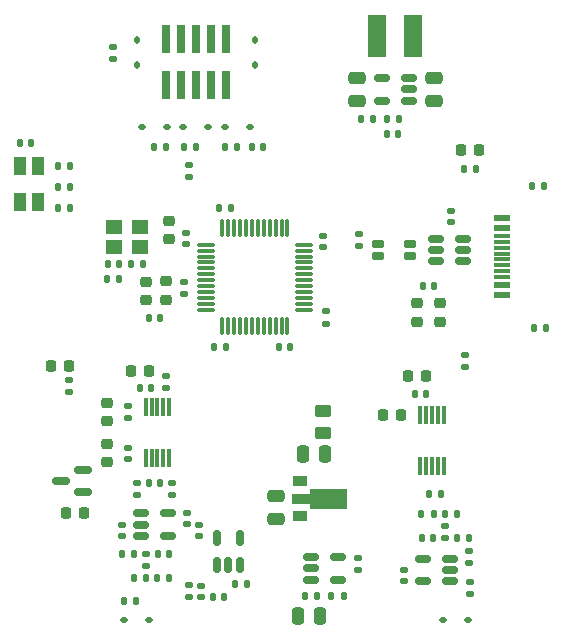
<source format=gbr>
%TF.GenerationSoftware,KiCad,Pcbnew,7.0.8*%
%TF.CreationDate,2023-11-11T20:00:54-08:00*%
%TF.ProjectId,Nemesis-MixSigPCB,4e656d65-7369-4732-9d4d-697853696750,rev?*%
%TF.SameCoordinates,Original*%
%TF.FileFunction,Paste,Top*%
%TF.FilePolarity,Positive*%
%FSLAX46Y46*%
G04 Gerber Fmt 4.6, Leading zero omitted, Abs format (unit mm)*
G04 Created by KiCad (PCBNEW 7.0.8) date 2023-11-11 20:00:54*
%MOMM*%
%LPD*%
G01*
G04 APERTURE LIST*
G04 Aperture macros list*
%AMRoundRect*
0 Rectangle with rounded corners*
0 $1 Rounding radius*
0 $2 $3 $4 $5 $6 $7 $8 $9 X,Y pos of 4 corners*
0 Add a 4 corners polygon primitive as box body*
4,1,4,$2,$3,$4,$5,$6,$7,$8,$9,$2,$3,0*
0 Add four circle primitives for the rounded corners*
1,1,$1+$1,$2,$3*
1,1,$1+$1,$4,$5*
1,1,$1+$1,$6,$7*
1,1,$1+$1,$8,$9*
0 Add four rect primitives between the rounded corners*
20,1,$1+$1,$2,$3,$4,$5,0*
20,1,$1+$1,$4,$5,$6,$7,0*
20,1,$1+$1,$6,$7,$8,$9,0*
20,1,$1+$1,$8,$9,$2,$3,0*%
%AMFreePoly0*
4,1,9,3.862500,-0.866500,0.737500,-0.866500,0.737500,-0.450000,-0.737500,-0.450000,-0.737500,0.450000,0.737500,0.450000,0.737500,0.866500,3.862500,0.866500,3.862500,-0.866500,3.862500,-0.866500,$1*%
G04 Aperture macros list end*
%ADD10RoundRect,0.140000X0.170000X-0.140000X0.170000X0.140000X-0.170000X0.140000X-0.170000X-0.140000X0*%
%ADD11RoundRect,0.135000X-0.135000X-0.185000X0.135000X-0.185000X0.135000X0.185000X-0.135000X0.185000X0*%
%ADD12RoundRect,0.140000X0.140000X0.170000X-0.140000X0.170000X-0.140000X-0.170000X0.140000X-0.170000X0*%
%ADD13RoundRect,0.135000X0.135000X0.185000X-0.135000X0.185000X-0.135000X-0.185000X0.135000X-0.185000X0*%
%ADD14RoundRect,0.112500X-0.187500X-0.112500X0.187500X-0.112500X0.187500X0.112500X-0.187500X0.112500X0*%
%ADD15R,1.400000X1.200000*%
%ADD16RoundRect,0.225000X-0.250000X0.225000X-0.250000X-0.225000X0.250000X-0.225000X0.250000X0.225000X0*%
%ADD17RoundRect,0.112500X-0.112500X0.187500X-0.112500X-0.187500X0.112500X-0.187500X0.112500X0.187500X0*%
%ADD18RoundRect,0.147500X0.147500X0.172500X-0.147500X0.172500X-0.147500X-0.172500X0.147500X-0.172500X0*%
%ADD19RoundRect,0.250000X-0.475000X0.250000X-0.475000X-0.250000X0.475000X-0.250000X0.475000X0.250000X0*%
%ADD20RoundRect,0.135000X-0.185000X0.135000X-0.185000X-0.135000X0.185000X-0.135000X0.185000X0.135000X0*%
%ADD21RoundRect,0.250000X0.450000X-0.262500X0.450000X0.262500X-0.450000X0.262500X-0.450000X-0.262500X0*%
%ADD22RoundRect,0.225000X0.250000X-0.225000X0.250000X0.225000X-0.250000X0.225000X-0.250000X-0.225000X0*%
%ADD23RoundRect,0.135000X0.185000X-0.135000X0.185000X0.135000X-0.185000X0.135000X-0.185000X-0.135000X0*%
%ADD24RoundRect,0.250000X0.250000X0.475000X-0.250000X0.475000X-0.250000X-0.475000X0.250000X-0.475000X0*%
%ADD25RoundRect,0.225000X0.225000X0.250000X-0.225000X0.250000X-0.225000X-0.250000X0.225000X-0.250000X0*%
%ADD26RoundRect,0.140000X-0.170000X0.140000X-0.170000X-0.140000X0.170000X-0.140000X0.170000X0.140000X0*%
%ADD27R,1.450000X0.600000*%
%ADD28R,1.450000X0.300000*%
%ADD29RoundRect,0.140000X-0.140000X-0.170000X0.140000X-0.170000X0.140000X0.170000X-0.140000X0.170000X0*%
%ADD30RoundRect,0.150000X0.512500X0.150000X-0.512500X0.150000X-0.512500X-0.150000X0.512500X-0.150000X0*%
%ADD31RoundRect,0.218750X0.218750X0.256250X-0.218750X0.256250X-0.218750X-0.256250X0.218750X-0.256250X0*%
%ADD32RoundRect,0.250000X0.475000X-0.250000X0.475000X0.250000X-0.475000X0.250000X-0.475000X-0.250000X0*%
%ADD33RoundRect,0.150000X0.150000X-0.512500X0.150000X0.512500X-0.150000X0.512500X-0.150000X-0.512500X0*%
%ADD34RoundRect,0.120000X-0.430000X-0.180000X0.430000X-0.180000X0.430000X0.180000X-0.430000X0.180000X0*%
%ADD35RoundRect,0.011200X0.128800X-0.723800X0.128800X0.723800X-0.128800X0.723800X-0.128800X-0.723800X0*%
%ADD36R,1.100000X1.500000*%
%ADD37RoundRect,0.112500X0.187500X0.112500X-0.187500X0.112500X-0.187500X-0.112500X0.187500X-0.112500X0*%
%ADD38R,0.740000X2.400000*%
%ADD39RoundRect,0.150000X0.587500X0.150000X-0.587500X0.150000X-0.587500X-0.150000X0.587500X-0.150000X0*%
%ADD40R,1.300000X0.900000*%
%ADD41FreePoly0,0.000000*%
%ADD42RoundRect,0.150000X-0.512500X-0.150000X0.512500X-0.150000X0.512500X0.150000X-0.512500X0.150000X0*%
%ADD43RoundRect,0.075000X-0.662500X-0.075000X0.662500X-0.075000X0.662500X0.075000X-0.662500X0.075000X0*%
%ADD44RoundRect,0.075000X-0.075000X-0.662500X0.075000X-0.662500X0.075000X0.662500X-0.075000X0.662500X0*%
%ADD45R,1.500000X3.600000*%
G04 APERTURE END LIST*
D10*
%TO.C,C300*%
X82400000Y-152070000D03*
X82400000Y-151110000D03*
%TD*%
D11*
%TO.C,R101*%
X98190000Y-111600000D03*
X99210000Y-111600000D03*
%TD*%
D12*
%TO.C,C405*%
X102072500Y-147050000D03*
X101112500Y-147050000D03*
%TD*%
D11*
%TO.C,R210*%
X78490000Y-114010000D03*
X79510000Y-114010000D03*
%TD*%
D13*
%TO.C,R212*%
X82010000Y-114010000D03*
X80990000Y-114010000D03*
%TD*%
D14*
%TO.C,D205*%
X84450000Y-112260000D03*
X86550000Y-112260000D03*
%TD*%
D11*
%TO.C,R303*%
X78740000Y-150450000D03*
X79760000Y-150450000D03*
%TD*%
D12*
%TO.C,C301*%
X84380000Y-152090000D03*
X83420000Y-152090000D03*
%TD*%
D15*
%TO.C,Y200*%
X77250000Y-120712500D03*
X75050000Y-120712500D03*
X75050000Y-122412500D03*
X77250000Y-122412500D03*
%TD*%
D16*
%TO.C,C101*%
X100705000Y-127225000D03*
X100705000Y-128775000D03*
%TD*%
D17*
%TO.C,D201*%
X87000000Y-104950000D03*
X87000000Y-107050000D03*
%TD*%
D18*
%TO.C,L100*%
X102190000Y-125750000D03*
X101220000Y-125750000D03*
%TD*%
D19*
%TO.C,C105*%
X102150000Y-108150000D03*
X102150000Y-110050000D03*
%TD*%
D20*
%TO.C,R309*%
X79500000Y-133390000D03*
X79500000Y-134410000D03*
%TD*%
D11*
%TO.C,R305*%
X75740000Y-148450000D03*
X76760000Y-148450000D03*
%TD*%
D21*
%TO.C,R100*%
X92750000Y-138162500D03*
X92750000Y-136337500D03*
%TD*%
D22*
%TO.C,C207*%
X77750000Y-126937500D03*
X77750000Y-125387500D03*
%TD*%
D13*
%TO.C,R404*%
X105122500Y-147050000D03*
X104102500Y-147050000D03*
%TD*%
D23*
%TO.C,R211*%
X75000000Y-106510000D03*
X75000000Y-105490000D03*
%TD*%
D24*
%TO.C,C107*%
X92550000Y-153700000D03*
X90650000Y-153700000D03*
%TD*%
D25*
%TO.C,C400*%
X101500000Y-133350000D03*
X99950000Y-133350000D03*
%TD*%
%TO.C,C309*%
X72525000Y-145000000D03*
X70975000Y-145000000D03*
%TD*%
D14*
%TO.C,D300*%
X75950000Y-154000000D03*
X78050000Y-154000000D03*
%TD*%
D26*
%TO.C,C108*%
X95740000Y-148790000D03*
X95740000Y-149750000D03*
%TD*%
%TO.C,C404*%
X105100000Y-148220000D03*
X105100000Y-149180000D03*
%TD*%
D27*
%TO.C,J200*%
X107955000Y-126500000D03*
X107955000Y-125700000D03*
D28*
X107955000Y-124500000D03*
X107955000Y-123500000D03*
X107955000Y-123000000D03*
X107955000Y-122000000D03*
D27*
X107955000Y-120800000D03*
X107955000Y-120000000D03*
X107955000Y-120000000D03*
X107955000Y-120800000D03*
D28*
X107955000Y-121500000D03*
X107955000Y-122500000D03*
X107955000Y-124000000D03*
X107955000Y-125000000D03*
D27*
X107955000Y-125700000D03*
X107955000Y-126500000D03*
%TD*%
D16*
%TO.C,C312*%
X74500000Y-135625000D03*
X74500000Y-137175000D03*
%TD*%
D22*
%TO.C,C310*%
X74500000Y-140675000D03*
X74500000Y-139125000D03*
%TD*%
D29*
%TO.C,C403*%
X103132500Y-145050000D03*
X104092500Y-145050000D03*
%TD*%
D20*
%TO.C,R400*%
X104800000Y-131590000D03*
X104800000Y-132610000D03*
%TD*%
D18*
%TO.C,L200*%
X79000000Y-128412500D03*
X78030000Y-128412500D03*
%TD*%
D29*
%TO.C,C204*%
X84000000Y-119162500D03*
X84960000Y-119162500D03*
%TD*%
D23*
%TO.C,R202*%
X93000000Y-128922500D03*
X93000000Y-127902500D03*
%TD*%
D25*
%TO.C,C315*%
X78025000Y-132900000D03*
X76475000Y-132900000D03*
%TD*%
D26*
%TO.C,C201*%
X81200000Y-121220000D03*
X81200000Y-122180000D03*
%TD*%
D20*
%TO.C,R304*%
X77750000Y-148440000D03*
X77750000Y-149460000D03*
%TD*%
D12*
%TO.C,C106*%
X99130000Y-112850000D03*
X98170000Y-112850000D03*
%TD*%
D13*
%TO.C,R206*%
X111440000Y-117260000D03*
X110420000Y-117260000D03*
%TD*%
D12*
%TO.C,C303*%
X77750000Y-150450000D03*
X76790000Y-150450000D03*
%TD*%
D30*
%TO.C,U201*%
X104637500Y-123650000D03*
X104637500Y-122700000D03*
X104637500Y-121750000D03*
X102362500Y-121750000D03*
X102362500Y-122700000D03*
X102362500Y-123650000D03*
%TD*%
D29*
%TO.C,C305*%
X78770000Y-148450000D03*
X79730000Y-148450000D03*
%TD*%
D31*
%TO.C,D100*%
X105987500Y-114200000D03*
X104412500Y-114200000D03*
%TD*%
D13*
%TO.C,R201*%
X75510000Y-125162500D03*
X74490000Y-125162500D03*
%TD*%
D11*
%TO.C,R103*%
X104690000Y-115800000D03*
X105710000Y-115800000D03*
%TD*%
D16*
%TO.C,C200*%
X79700000Y-120225000D03*
X79700000Y-121775000D03*
%TD*%
D17*
%TO.C,D203*%
X77000000Y-104950000D03*
X77000000Y-107050000D03*
%TD*%
D13*
%TO.C,R300*%
X76910000Y-152400000D03*
X75890000Y-152400000D03*
%TD*%
D30*
%TO.C,U101*%
X100037500Y-110050000D03*
X100037500Y-109100000D03*
X100037500Y-108150000D03*
X97762500Y-108150000D03*
X97762500Y-110050000D03*
%TD*%
D26*
%TO.C,C306*%
X81250000Y-144970000D03*
X81250000Y-145930000D03*
%TD*%
D13*
%TO.C,R208*%
X71360000Y-117350000D03*
X70340000Y-117350000D03*
%TD*%
D24*
%TO.C,C102*%
X92950000Y-140000000D03*
X91050000Y-140000000D03*
%TD*%
D29*
%TO.C,C212*%
X86750000Y-114010000D03*
X87710000Y-114010000D03*
%TD*%
D13*
%TO.C,R213*%
X85520000Y-114010000D03*
X84500000Y-114010000D03*
%TD*%
D29*
%TO.C,C307*%
X78020000Y-142450000D03*
X78980000Y-142450000D03*
%TD*%
D22*
%TO.C,C206*%
X79500000Y-126912500D03*
X79500000Y-125362500D03*
%TD*%
D20*
%TO.C,R306*%
X77000000Y-142450000D03*
X77000000Y-143470000D03*
%TD*%
D12*
%TO.C,C401*%
X101480000Y-134850000D03*
X100520000Y-134850000D03*
%TD*%
D11*
%TO.C,R401*%
X101730000Y-143350000D03*
X102750000Y-143350000D03*
%TD*%
D10*
%TO.C,C406*%
X99612500Y-150760000D03*
X99612500Y-149800000D03*
%TD*%
%TO.C,C210*%
X103590000Y-120340000D03*
X103590000Y-119380000D03*
%TD*%
D32*
%TO.C,C103*%
X88750000Y-145450000D03*
X88750000Y-143550000D03*
%TD*%
D23*
%TO.C,R403*%
X103112500Y-147060000D03*
X103112500Y-146040000D03*
%TD*%
D19*
%TO.C,C104*%
X95650000Y-108150000D03*
X95650000Y-110050000D03*
%TD*%
D30*
%TO.C,U401*%
X103500000Y-150750000D03*
X103500000Y-149800000D03*
X103500000Y-148850000D03*
X101225000Y-148850000D03*
X101225000Y-150750000D03*
%TD*%
D33*
%TO.C,U300*%
X83800000Y-149337500D03*
X84750000Y-149337500D03*
X85700000Y-149337500D03*
X85700000Y-147062500D03*
X83800000Y-147062500D03*
%TD*%
D34*
%TO.C,L201*%
X100100000Y-123200000D03*
X100100000Y-122200000D03*
X97400000Y-122200000D03*
X97400000Y-123200000D03*
%TD*%
D35*
%TO.C,U400*%
X101000000Y-141000000D03*
X101500000Y-141000000D03*
X102000000Y-141000000D03*
X102500000Y-141000000D03*
X103000000Y-141000000D03*
X103000000Y-136700000D03*
X102500000Y-136700000D03*
X102000000Y-136700000D03*
X101500000Y-136700000D03*
X101000000Y-136700000D03*
%TD*%
D36*
%TO.C,D200*%
X68600000Y-115600000D03*
X68600000Y-118600000D03*
X67100000Y-118600000D03*
X67100000Y-115600000D03*
%TD*%
D11*
%TO.C,R104*%
X93480000Y-152000000D03*
X94500000Y-152000000D03*
%TD*%
D26*
%TO.C,C302*%
X82250000Y-145970000D03*
X82250000Y-146930000D03*
%TD*%
D12*
%TO.C,C202*%
X89960000Y-130912500D03*
X89000000Y-130912500D03*
%TD*%
D13*
%TO.C,R207*%
X71360000Y-115600000D03*
X70340000Y-115600000D03*
%TD*%
D23*
%TO.C,R405*%
X105250000Y-151860000D03*
X105250000Y-150840000D03*
%TD*%
D16*
%TO.C,C100*%
X102705000Y-127225000D03*
X102705000Y-128775000D03*
%TD*%
D37*
%TO.C,D202*%
X79550000Y-112260000D03*
X77450000Y-112260000D03*
%TD*%
D12*
%TO.C,C208*%
X77500000Y-123912500D03*
X76540000Y-123912500D03*
%TD*%
D11*
%TO.C,R203*%
X83540000Y-130912500D03*
X84560000Y-130912500D03*
%TD*%
D29*
%TO.C,C211*%
X67120000Y-113600000D03*
X68080000Y-113600000D03*
%TD*%
D13*
%TO.C,R402*%
X102122500Y-145050000D03*
X101102500Y-145050000D03*
%TD*%
D38*
%TO.C,J201*%
X84540000Y-104810000D03*
X84540000Y-108710000D03*
X83270000Y-104810000D03*
X83270000Y-108710000D03*
X82000000Y-104810000D03*
X82000000Y-108710000D03*
X80730000Y-104810000D03*
X80730000Y-108710000D03*
X79460000Y-104810000D03*
X79460000Y-108710000D03*
%TD*%
D20*
%TO.C,R301*%
X81400000Y-151080000D03*
X81400000Y-152100000D03*
%TD*%
D25*
%TO.C,C402*%
X99375000Y-136700000D03*
X97825000Y-136700000D03*
%TD*%
D39*
%TO.C,U302*%
X72437500Y-143200000D03*
X72437500Y-141300000D03*
X70562500Y-142250000D03*
%TD*%
D11*
%TO.C,R102*%
X95990000Y-111600000D03*
X97010000Y-111600000D03*
%TD*%
D26*
%TO.C,C313*%
X76250000Y-135940000D03*
X76250000Y-136900000D03*
%TD*%
D20*
%TO.C,R204*%
X95840000Y-121310000D03*
X95840000Y-122330000D03*
%TD*%
D13*
%TO.C,R209*%
X71370000Y-119100000D03*
X70350000Y-119100000D03*
%TD*%
D12*
%TO.C,C314*%
X78230000Y-134400000D03*
X77270000Y-134400000D03*
%TD*%
D29*
%TO.C,C209*%
X74520000Y-123912500D03*
X75480000Y-123912500D03*
%TD*%
D35*
%TO.C,U303*%
X77750000Y-140300000D03*
X78250000Y-140300000D03*
X78750000Y-140300000D03*
X79250000Y-140300000D03*
X79750000Y-140300000D03*
X79750000Y-136000000D03*
X79250000Y-136000000D03*
X78750000Y-136000000D03*
X78250000Y-136000000D03*
X77750000Y-136000000D03*
%TD*%
D10*
%TO.C,C304*%
X75750000Y-146930000D03*
X75750000Y-145970000D03*
%TD*%
D23*
%TO.C,R308*%
X71250000Y-134760000D03*
X71250000Y-133740000D03*
%TD*%
D13*
%TO.C,R205*%
X111610000Y-129280000D03*
X110590000Y-129280000D03*
%TD*%
D20*
%TO.C,R307*%
X80000000Y-142440000D03*
X80000000Y-143460000D03*
%TD*%
D40*
%TO.C,U100*%
X90800000Y-142250000D03*
D41*
X90887500Y-143750000D03*
D40*
X90800000Y-145250000D03*
%TD*%
D42*
%TO.C,U102*%
X91775000Y-148700000D03*
X91775000Y-149650000D03*
X91775000Y-150600000D03*
X94050000Y-150600000D03*
X94050000Y-148700000D03*
%TD*%
D11*
%TO.C,R302*%
X85290000Y-151000000D03*
X86310000Y-151000000D03*
%TD*%
D42*
%TO.C,U301*%
X77362500Y-145000000D03*
X77362500Y-145950000D03*
X77362500Y-146900000D03*
X79637500Y-146900000D03*
X79637500Y-145000000D03*
%TD*%
D23*
%TO.C,R200*%
X81400000Y-116510000D03*
X81400000Y-115490000D03*
%TD*%
D26*
%TO.C,C203*%
X92800000Y-121520000D03*
X92800000Y-122480000D03*
%TD*%
D10*
%TO.C,C205*%
X81000000Y-126392500D03*
X81000000Y-125432500D03*
%TD*%
D14*
%TO.C,D400*%
X102950000Y-154000000D03*
X105050000Y-154000000D03*
%TD*%
D43*
%TO.C,U200*%
X82837500Y-122250000D03*
X82837500Y-122750000D03*
X82837500Y-123250000D03*
X82837500Y-123750000D03*
X82837500Y-124250000D03*
X82837500Y-124750000D03*
X82837500Y-125250000D03*
X82837500Y-125750000D03*
X82837500Y-126250000D03*
X82837500Y-126750000D03*
X82837500Y-127250000D03*
X82837500Y-127750000D03*
D44*
X84250000Y-129162500D03*
X84750000Y-129162500D03*
X85250000Y-129162500D03*
X85750000Y-129162500D03*
X86250000Y-129162500D03*
X86750000Y-129162500D03*
X87250000Y-129162500D03*
X87750000Y-129162500D03*
X88250000Y-129162500D03*
X88750000Y-129162500D03*
X89250000Y-129162500D03*
X89750000Y-129162500D03*
D43*
X91162500Y-127750000D03*
X91162500Y-127250000D03*
X91162500Y-126750000D03*
X91162500Y-126250000D03*
X91162500Y-125750000D03*
X91162500Y-125250000D03*
X91162500Y-124750000D03*
X91162500Y-124250000D03*
X91162500Y-123750000D03*
X91162500Y-123250000D03*
X91162500Y-122750000D03*
X91162500Y-122250000D03*
D44*
X89750000Y-120837500D03*
X89250000Y-120837500D03*
X88750000Y-120837500D03*
X88250000Y-120837500D03*
X87750000Y-120837500D03*
X87250000Y-120837500D03*
X86750000Y-120837500D03*
X86250000Y-120837500D03*
X85750000Y-120837500D03*
X85250000Y-120837500D03*
X84750000Y-120837500D03*
X84250000Y-120837500D03*
%TD*%
D14*
%TO.C,D204*%
X80950000Y-112260000D03*
X83050000Y-112260000D03*
%TD*%
D25*
%TO.C,C308*%
X71275000Y-132500000D03*
X69725000Y-132500000D03*
%TD*%
D45*
%TO.C,L101*%
X97375000Y-104600000D03*
X100425000Y-104600000D03*
%TD*%
D10*
%TO.C,C311*%
X76250000Y-140400000D03*
X76250000Y-139440000D03*
%TD*%
D11*
%TO.C,R105*%
X91230000Y-152000000D03*
X92250000Y-152000000D03*
%TD*%
M02*

</source>
